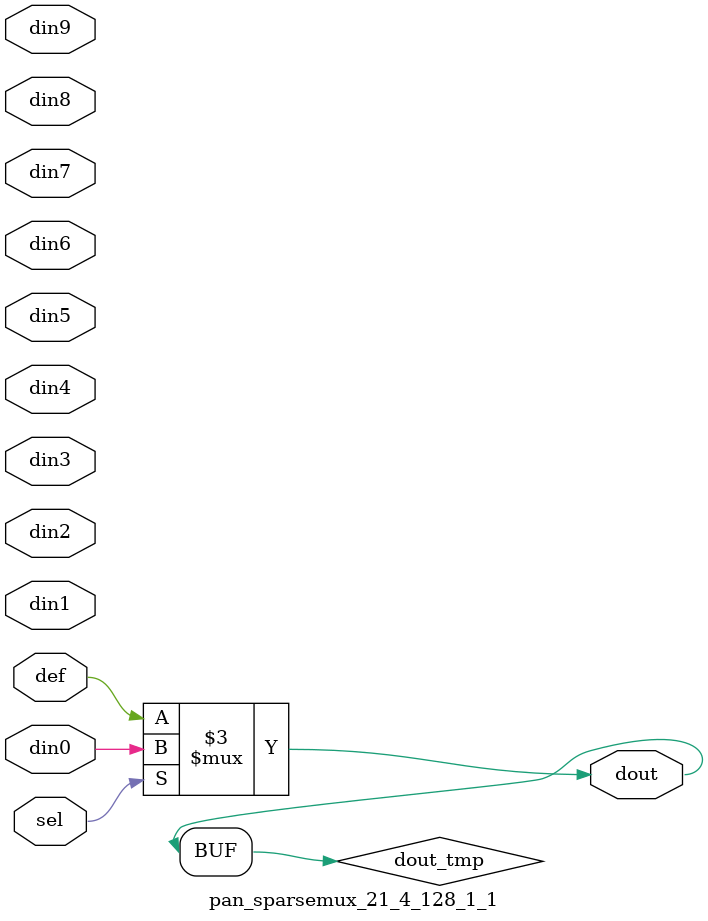
<source format=v>
`timescale 1ns / 1ps

module pan_sparsemux_21_4_128_1_1 (din0,din1,din2,din3,din4,din5,din6,din7,din8,din9,def,sel,dout);

parameter din0_WIDTH = 1;

parameter din1_WIDTH = 1;

parameter din2_WIDTH = 1;

parameter din3_WIDTH = 1;

parameter din4_WIDTH = 1;

parameter din5_WIDTH = 1;

parameter din6_WIDTH = 1;

parameter din7_WIDTH = 1;

parameter din8_WIDTH = 1;

parameter din9_WIDTH = 1;

parameter def_WIDTH = 1;
parameter sel_WIDTH = 1;
parameter dout_WIDTH = 1;

parameter [sel_WIDTH-1:0] CASE0 = 1;

parameter [sel_WIDTH-1:0] CASE1 = 1;

parameter [sel_WIDTH-1:0] CASE2 = 1;

parameter [sel_WIDTH-1:0] CASE3 = 1;

parameter [sel_WIDTH-1:0] CASE4 = 1;

parameter [sel_WIDTH-1:0] CASE5 = 1;

parameter [sel_WIDTH-1:0] CASE6 = 1;

parameter [sel_WIDTH-1:0] CASE7 = 1;

parameter [sel_WIDTH-1:0] CASE8 = 1;

parameter [sel_WIDTH-1:0] CASE9 = 1;

parameter ID = 1;
parameter NUM_STAGE = 1;



input [din0_WIDTH-1:0] din0;

input [din1_WIDTH-1:0] din1;

input [din2_WIDTH-1:0] din2;

input [din3_WIDTH-1:0] din3;

input [din4_WIDTH-1:0] din4;

input [din5_WIDTH-1:0] din5;

input [din6_WIDTH-1:0] din6;

input [din7_WIDTH-1:0] din7;

input [din8_WIDTH-1:0] din8;

input [din9_WIDTH-1:0] din9;

input [def_WIDTH-1:0] def;
input [sel_WIDTH-1:0] sel;

output [dout_WIDTH-1:0] dout;



reg [dout_WIDTH-1:0] dout_tmp;

always @ (*) begin
case (sel)
    
    CASE0 : dout_tmp = din0;
    
    CASE1 : dout_tmp = din1;
    
    CASE2 : dout_tmp = din2;
    
    CASE3 : dout_tmp = din3;
    
    CASE4 : dout_tmp = din4;
    
    CASE5 : dout_tmp = din5;
    
    CASE6 : dout_tmp = din6;
    
    CASE7 : dout_tmp = din7;
    
    CASE8 : dout_tmp = din8;
    
    CASE9 : dout_tmp = din9;
    
    default : dout_tmp = def;
endcase
end


assign dout = dout_tmp;



endmodule

</source>
